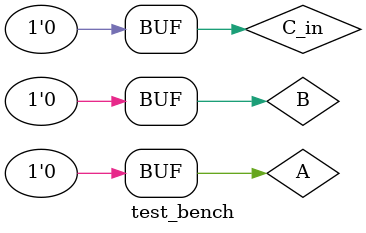
<source format=v>
`include "full_adder.v"

module test_bench;
    reg A, B, C_in; wire S, C_out;
    full_adder DUT (S, C_out, A, B, C_in);

    initial
        begin
            $dumpfile("full_adder.vcd");
            $dumpvars(0, DUT);
            $monitor($time, " A=%b B=%b C_in=%b S=%b C_out=%b", A, B, C_in, S, C_out);

            // Test cases
            #5 A = 0; B = 0; C_in = 0; // S = 0, C_out = 0
            #5 A = 0; B = 0; C_in = 1; // S = 1, C_out = 0
            #5 A = 0; B = 1; C_in = 0; // S = 1, C_out = 0
            #5 A = 0; B = 1; C_in = 1; // S = 0, C_out = 1
            #5 A = 1; B = 0; C_in = 0; // S = 1, C_out = 0
            #5 A = 1; B = 0; C_in = 1; // S = 0, C_out = 1
            #5 A = 1; B = 1; C_in = 0; // S = 0, C_out = 1
            #5 A = 1; B = 1; C_in = 1; // S = 1, C_out = 1
            #5 A = 0; B = 0; C_in = 0; // S = 0, C_out = 0

            $display("Test complete");

        end

endmodule
</source>
